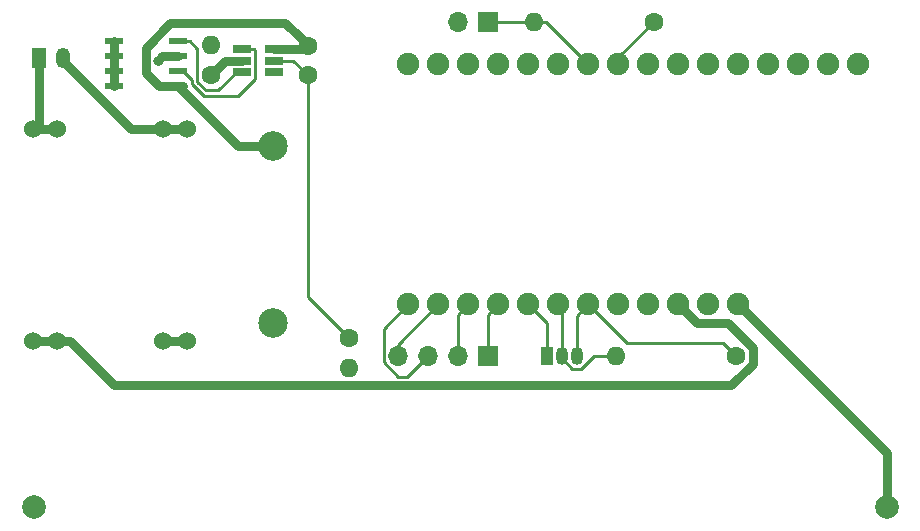
<source format=gbr>
%TF.GenerationSoftware,KiCad,Pcbnew,(5.0.2)-1*%
%TF.CreationDate,2019-03-08T17:26:47-06:00*%
%TF.ProjectId,IoT IPRO (plant pot),496f5420-4950-4524-9f20-28706c616e74,rev?*%
%TF.SameCoordinates,Original*%
%TF.FileFunction,Copper,L1,Top*%
%TF.FilePolarity,Positive*%
%FSLAX46Y46*%
G04 Gerber Fmt 4.6, Leading zero omitted, Abs format (unit mm)*
G04 Created by KiCad (PCBNEW (5.0.2)-1) date 3/8/2019 5:26:47 PM*
%MOMM*%
%LPD*%
G01*
G04 APERTURE LIST*
%ADD10C,1.600000*%
%ADD11O,1.600000X1.600000*%
%ADD12C,1.524000*%
%ADD13R,1.550000X0.600000*%
%ADD14C,2.500000*%
%ADD15R,1.200000X1.750000*%
%ADD16O,1.200000X1.750000*%
%ADD17C,1.900000*%
%ADD18C,2.000000*%
%ADD19R,1.700000X1.700000*%
%ADD20O,1.700000X1.700000*%
%ADD21R,1.050000X1.500000*%
%ADD22O,1.050000X1.500000*%
%ADD23R,1.560000X0.650000*%
%ADD24C,0.800000*%
%ADD25C,0.800000*%
%ADD26C,0.250000*%
G04 APERTURE END LIST*
D10*
X77500000Y-39500000D03*
D11*
X77500000Y-36960000D03*
D10*
X89250000Y-61750000D03*
D11*
X89250000Y-64290000D03*
D12*
X73500000Y-44000000D03*
X64500000Y-62000000D03*
X62500000Y-62000000D03*
X73500000Y-62000000D03*
X75500000Y-62000000D03*
X62500000Y-44000000D03*
X64500000Y-44000000D03*
X75500000Y-44000000D03*
D13*
X74700000Y-40405000D03*
X74700000Y-39135000D03*
X74700000Y-37865000D03*
X74700000Y-36595000D03*
X69300000Y-36595000D03*
X69300000Y-37865000D03*
X69300000Y-39135000D03*
X69300000Y-40405000D03*
D10*
X85750000Y-39500000D03*
X85750000Y-37000000D03*
D14*
X82750000Y-45500000D03*
X82750000Y-60500000D03*
D15*
X63000000Y-38000000D03*
D16*
X65000000Y-38000000D03*
D10*
X115000000Y-35000000D03*
D11*
X104840000Y-35000000D03*
D17*
X122190000Y-58890000D03*
X119650000Y-58890000D03*
X117110000Y-58890000D03*
X114570000Y-58890000D03*
X112030000Y-58890000D03*
X109490000Y-58890000D03*
X106950000Y-58890000D03*
X104410000Y-58890000D03*
X101870000Y-58890000D03*
X99330000Y-58890000D03*
X96790000Y-58890000D03*
X94250000Y-58890000D03*
X94250000Y-38570000D03*
X96790000Y-38570000D03*
X99330000Y-38570000D03*
X101870000Y-38570000D03*
X104410000Y-38570000D03*
X106950000Y-38570000D03*
X109490000Y-38570000D03*
X112030000Y-38570000D03*
X114570000Y-38570000D03*
X117110000Y-38570000D03*
X119650000Y-38570000D03*
X122190000Y-38570000D03*
X124730000Y-38570000D03*
X127270000Y-38570000D03*
X129810000Y-38570000D03*
X132350000Y-38570000D03*
D18*
X134740000Y-76000000D03*
X62520000Y-76000000D03*
D19*
X101000000Y-63240000D03*
D20*
X98460000Y-63240000D03*
X95920000Y-63240000D03*
X93380000Y-63240000D03*
D19*
X101000000Y-35000000D03*
D20*
X98460000Y-35000000D03*
D11*
X111840000Y-63240000D03*
D10*
X122000000Y-63240000D03*
D21*
X106000000Y-63240000D03*
D22*
X108540000Y-63240000D03*
X107270000Y-63240000D03*
D23*
X80150000Y-37300000D03*
X80150000Y-38250000D03*
X80150000Y-39200000D03*
X82850000Y-39200000D03*
X82850000Y-37300000D03*
X82850000Y-38250000D03*
D24*
X73000000Y-38250000D03*
D25*
X73500000Y-62000000D02*
X75500000Y-62000000D01*
X73385000Y-37865000D02*
X74700000Y-37865000D01*
X73000000Y-38250000D02*
X73385000Y-37865000D01*
D26*
X112030000Y-37970000D02*
X112030000Y-38570000D01*
X115000000Y-35000000D02*
X112030000Y-37970000D01*
X105920000Y-35000000D02*
X104840000Y-35000000D01*
X109490000Y-38570000D02*
X105920000Y-35000000D01*
X104840000Y-35000000D02*
X101000000Y-35000000D01*
X108540001Y-59839999D02*
X109490000Y-58890000D01*
X108540000Y-63240000D02*
X108540001Y-59839999D01*
X110439999Y-59839999D02*
X109490000Y-58890000D01*
X112714999Y-62114999D02*
X110439999Y-59839999D01*
X120874999Y-62114999D02*
X112714999Y-62114999D01*
X122000000Y-63240000D02*
X120874999Y-62114999D01*
X107270000Y-59210000D02*
X106950000Y-58890000D01*
X107270000Y-63240000D02*
X107270000Y-59210000D01*
X107270000Y-63465000D02*
X107270000Y-63240000D01*
X108120010Y-64315010D02*
X107270000Y-63465000D01*
X109967095Y-63240000D02*
X108892085Y-64315010D01*
X108892085Y-64315010D02*
X108120010Y-64315010D01*
X111840000Y-63240000D02*
X109967095Y-63240000D01*
X106000000Y-60480000D02*
X104410000Y-58890000D01*
X106000000Y-63240000D02*
X106000000Y-60480000D01*
X101000000Y-59760000D02*
X101870000Y-58890000D01*
X101000000Y-63240000D02*
X101000000Y-59760000D01*
X98460000Y-59760000D02*
X99330000Y-58890000D01*
X98460000Y-63240000D02*
X98460000Y-59760000D01*
X93380000Y-62300000D02*
X93380000Y-63240000D01*
X96790000Y-58890000D02*
X93380000Y-62300000D01*
X92204999Y-63804001D02*
X93400998Y-65000000D01*
X94250000Y-58890000D02*
X92204999Y-60935001D01*
X92204999Y-60935001D02*
X92204999Y-63804001D01*
X94160000Y-65000000D02*
X95920000Y-63240000D01*
X93400998Y-65000000D02*
X94160000Y-65000000D01*
X85750000Y-58250000D02*
X89250000Y-61750000D01*
X85750000Y-39500000D02*
X85750000Y-58250000D01*
X84500000Y-38250000D02*
X82850000Y-38250000D01*
X85750000Y-39500000D02*
X84500000Y-38250000D01*
D25*
X134740000Y-71440000D02*
X122190000Y-58890000D01*
X134740000Y-76000000D02*
X134740000Y-71440000D01*
D26*
X75175000Y-39135000D02*
X74700000Y-39135000D01*
X75900010Y-40201422D02*
X75900010Y-39860010D01*
X76898597Y-41200009D02*
X75900010Y-40201422D01*
X79839992Y-41200010D02*
X76898597Y-41200009D01*
X81255001Y-39785001D02*
X79839992Y-41200010D01*
X81255001Y-37375001D02*
X81255001Y-39785001D01*
X75900010Y-39860010D02*
X75175000Y-39135000D01*
X81180000Y-37300000D02*
X81255001Y-37375001D01*
X80150000Y-37300000D02*
X81180000Y-37300000D01*
X76374999Y-40040001D02*
X77084998Y-40750000D01*
X76374999Y-37244999D02*
X76374999Y-40040001D01*
X74700000Y-36595000D02*
X75725000Y-36595000D01*
X75725000Y-36595000D02*
X76374999Y-37244999D01*
X79695000Y-39200000D02*
X80150000Y-39200000D01*
X78145000Y-40750000D02*
X79695000Y-39200000D01*
X77084998Y-40750000D02*
X78145000Y-40750000D01*
D25*
X78750000Y-38250000D02*
X80150000Y-38250000D01*
X77500000Y-39500000D02*
X78750000Y-38250000D01*
X69300000Y-36595000D02*
X69300000Y-40405000D01*
X73500000Y-44000000D02*
X75500000Y-44000000D01*
X72422370Y-44000000D02*
X73500000Y-44000000D01*
X70725000Y-44000000D02*
X72422370Y-44000000D01*
X65000000Y-38275000D02*
X70725000Y-44000000D01*
X65000000Y-38000000D02*
X65000000Y-38275000D01*
X64500000Y-62000000D02*
X62500000Y-62000000D01*
X118059999Y-59839999D02*
X117110000Y-58890000D01*
X118660001Y-60440001D02*
X118059999Y-59839999D01*
X121272003Y-60440001D02*
X118660001Y-60440001D01*
X123400001Y-62567999D02*
X121272003Y-60440001D01*
X123400001Y-63912001D02*
X123400001Y-62567999D01*
X121586992Y-65725010D02*
X123400001Y-63912001D01*
X69302640Y-65725010D02*
X121586992Y-65725010D01*
X65577630Y-62000000D02*
X69302640Y-65725010D01*
X64500000Y-62000000D02*
X65577630Y-62000000D01*
X64500000Y-44000000D02*
X62500000Y-44000000D01*
X63000000Y-43500000D02*
X62500000Y-44000000D01*
X63000000Y-38000000D02*
X63000000Y-43500000D01*
X84950001Y-36200001D02*
X85750000Y-37000000D01*
X73125000Y-40405000D02*
X71999999Y-39279999D01*
X71999999Y-39279999D02*
X71999999Y-37139999D01*
X71999999Y-37139999D02*
X74079999Y-35059999D01*
X74079999Y-35059999D02*
X83809999Y-35059999D01*
X74700000Y-40405000D02*
X73125000Y-40405000D01*
X83809999Y-35059999D02*
X84950001Y-36200001D01*
X85450000Y-37300000D02*
X85750000Y-37000000D01*
X82850000Y-37300000D02*
X85450000Y-37300000D01*
X74700000Y-40405000D02*
X75175000Y-40405000D01*
X80982234Y-45500000D02*
X82750000Y-45500000D01*
X74700000Y-40405000D02*
X79795000Y-45500000D01*
X79795000Y-45500000D02*
X80982234Y-45500000D01*
M02*

</source>
